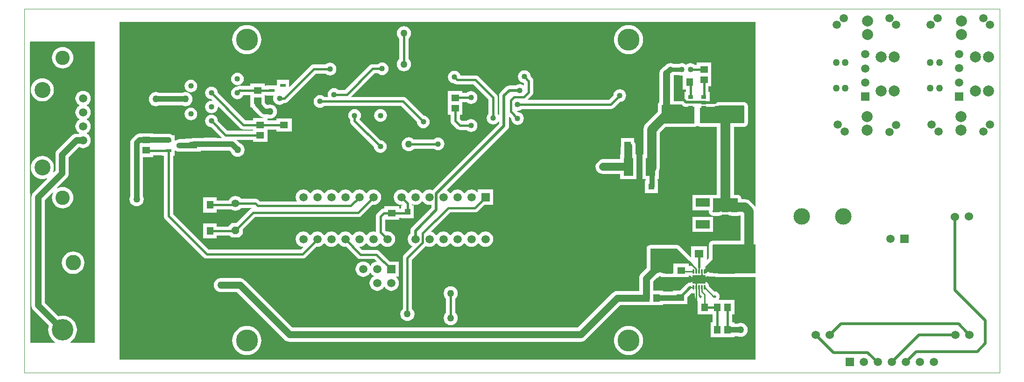
<source format=gbl>
%FSLAX25Y25*%
%MOIN*%
G70*
G01*
G75*
G04 Layer_Physical_Order=2*
G04 Layer_Color=16711680*
G04:AMPARAMS|DCode=10|XSize=23.62mil|YSize=61.02mil|CornerRadius=5.91mil|HoleSize=0mil|Usage=FLASHONLY|Rotation=0.000|XOffset=0mil|YOffset=0mil|HoleType=Round|Shape=RoundedRectangle|*
%AMROUNDEDRECTD10*
21,1,0.02362,0.04921,0,0,0.0*
21,1,0.01181,0.06102,0,0,0.0*
1,1,0.01181,0.00591,-0.02461*
1,1,0.01181,-0.00591,-0.02461*
1,1,0.01181,-0.00591,0.02461*
1,1,0.01181,0.00591,0.02461*
%
%ADD10ROUNDEDRECTD10*%
%ADD11R,0.05906X0.09843*%
%ADD12O,0.07480X0.02362*%
%ADD13O,0.01378X0.07087*%
%ADD14R,0.09843X0.05906*%
G04:AMPARAMS|DCode=15|XSize=23.62mil|YSize=61.02mil|CornerRadius=5.91mil|HoleSize=0mil|Usage=FLASHONLY|Rotation=270.000|XOffset=0mil|YOffset=0mil|HoleType=Round|Shape=RoundedRectangle|*
%AMROUNDEDRECTD15*
21,1,0.02362,0.04921,0,0,270.0*
21,1,0.01181,0.06102,0,0,270.0*
1,1,0.01181,-0.02461,-0.00591*
1,1,0.01181,-0.02461,0.00591*
1,1,0.01181,0.02461,0.00591*
1,1,0.01181,0.02461,-0.00591*
%
%ADD15ROUNDEDRECTD15*%
%ADD16R,0.03937X0.05315*%
%ADD17R,0.04134X0.04331*%
%ADD18R,0.03150X0.01969*%
%ADD19R,0.01969X0.03150*%
%ADD20R,0.04724X0.05315*%
%ADD21R,0.05315X0.04724*%
%ADD22R,0.05709X0.04528*%
%ADD23R,0.04528X0.05709*%
%ADD24C,0.03937*%
%ADD25C,0.01500*%
%ADD26C,0.02000*%
%ADD27C,0.01300*%
%ADD28C,0.04000*%
%ADD29C,0.05000*%
%ADD30C,0.03000*%
%ADD31C,0.06500*%
%ADD32C,0.06000*%
%ADD33C,0.00100*%
%ADD34C,0.07874*%
%ADD35R,0.05906X0.05906*%
%ADD36C,0.05906*%
%ADD37C,0.11024*%
%ADD38C,0.15354*%
%ADD39C,0.06000*%
%ADD40C,0.11417*%
%ADD41R,0.05906X0.05906*%
%ADD42P,0.05966X8X112.5*%
%ADD43C,0.05512*%
%ADD44C,0.11811*%
%ADD45C,0.05000*%
%ADD46C,0.02284*%
%ADD47C,0.10236*%
%ADD48C,0.15700*%
%ADD49C,0.04000*%
%ADD50C,0.02000*%
%ADD51C,0.06200*%
%ADD52R,0.06693X0.12598*%
%ADD53R,0.09449X0.06496*%
%ADD54O,0.01102X0.03347*%
%ADD55R,0.03543X0.02559*%
%ADD56R,0.06102X0.05512*%
%ADD57R,0.04331X0.04134*%
%ADD58R,0.03937X0.02362*%
%ADD59C,0.04500*%
%ADD60C,0.01000*%
%ADD61C,0.02500*%
%ADD62C,0.07000*%
%ADD63C,0.03500*%
%ADD64C,0.05500*%
%ADD65R,0.02756X0.01102*%
G36*
X463393Y191715D02*
X469143D01*
X469754Y191104D01*
X470485Y190543D01*
X471337Y190190D01*
X472250Y190070D01*
X478050D01*
Y178300D01*
X478050Y178300D01*
X478050Y178300D01*
X478009Y178200D01*
X454750D01*
Y191500D01*
X462928Y191807D01*
X460764Y191780D01*
X462928Y191807D01*
X463393Y191715D01*
D02*
G37*
G36*
X50350Y236798D02*
Y21600D01*
X32844D01*
X32723Y22085D01*
X32932Y22197D01*
X34481Y23468D01*
X35753Y25018D01*
X36698Y26786D01*
X37280Y28705D01*
X37477Y30700D01*
X37280Y32695D01*
X36698Y34613D01*
X35753Y36381D01*
X34481Y37931D01*
X32932Y39202D01*
X31164Y40148D01*
X29245Y40729D01*
X27250Y40926D01*
X25255Y40729D01*
X24289Y40436D01*
X14541Y50184D01*
Y123515D01*
X20148Y129122D01*
X20550Y128825D01*
X20178Y128129D01*
X19742Y126693D01*
X19595Y125200D01*
X19742Y123706D01*
X20178Y122270D01*
X20886Y120947D01*
X21837Y119787D01*
X22998Y118835D01*
X24321Y118127D01*
X25757Y117692D01*
X27250Y117545D01*
X28744Y117692D01*
X30180Y118127D01*
X31503Y118835D01*
X32663Y119787D01*
X33615Y120947D01*
X34323Y122270D01*
X34758Y123706D01*
X34905Y125200D01*
X34758Y126693D01*
X34323Y128129D01*
X33615Y129453D01*
X32663Y130613D01*
X31503Y131564D01*
X30180Y132272D01*
X28744Y132708D01*
X27250Y132855D01*
X25757Y132708D01*
X24321Y132272D01*
X23625Y131900D01*
X23327Y132302D01*
X30238Y139212D01*
X30999Y140205D01*
X31478Y141360D01*
X31641Y142600D01*
Y153916D01*
X39035Y161309D01*
X39168D01*
X40427Y160788D01*
X41850Y160600D01*
X43274Y160788D01*
X44600Y161337D01*
X45739Y162211D01*
X46613Y163350D01*
X47163Y164676D01*
X47350Y166100D01*
X47163Y167524D01*
X46613Y168850D01*
X45739Y169989D01*
X44617Y170850D01*
Y171350D01*
X45739Y172211D01*
X46613Y173350D01*
X47163Y174677D01*
X47350Y176100D01*
X47163Y177524D01*
X46613Y178850D01*
X45739Y179989D01*
X44617Y180850D01*
Y181350D01*
X45739Y182211D01*
X46613Y183350D01*
X47163Y184677D01*
X47350Y186100D01*
X47163Y187523D01*
X46613Y188850D01*
X45739Y189989D01*
X44617Y190850D01*
Y191350D01*
X45739Y192211D01*
X46613Y193350D01*
X47163Y194676D01*
X47350Y196100D01*
X47163Y197523D01*
X46613Y198850D01*
X45739Y199989D01*
X44600Y200863D01*
X43274Y201412D01*
X41850Y201600D01*
X40427Y201412D01*
X39100Y200863D01*
X37961Y199989D01*
X37087Y198850D01*
X36538Y197523D01*
X36351Y196100D01*
X36538Y194676D01*
X37087Y193350D01*
X37961Y192211D01*
X39083Y191350D01*
Y190850D01*
X37961Y189989D01*
X37087Y188850D01*
X36538Y187523D01*
X36351Y186100D01*
X36538Y184677D01*
X37087Y183350D01*
X37961Y182211D01*
X39083Y181350D01*
Y180850D01*
X37961Y179989D01*
X37087Y178850D01*
X36538Y177524D01*
X36351Y176100D01*
X36538Y174677D01*
X37087Y173350D01*
X37961Y172211D01*
X39065Y171364D01*
X38904Y170891D01*
X37050D01*
X35810Y170728D01*
X34993Y170389D01*
X34655Y170249D01*
X33663Y169488D01*
X23463Y159288D01*
X22701Y158296D01*
X22561Y157957D01*
X22223Y157140D01*
X22059Y155900D01*
X22059Y155900D01*
X22059D01*
X22059Y155900D01*
X22059D01*
Y144585D01*
X20817Y143342D01*
X20388Y143599D01*
X20840Y145090D01*
X20999Y146700D01*
X20840Y148309D01*
X20371Y149856D01*
X19609Y151282D01*
X18583Y152532D01*
X17333Y153558D01*
X15907Y154320D01*
X14359Y154789D01*
X12750Y154948D01*
X11141Y154789D01*
X9594Y154320D01*
X8168Y153558D01*
X6918Y152532D01*
X5892Y151282D01*
X5130Y149856D01*
X4660Y148309D01*
X4502Y146700D01*
X4660Y145090D01*
X5130Y143543D01*
X5892Y142117D01*
X6918Y140867D01*
X8168Y139841D01*
X9594Y139079D01*
X11141Y138610D01*
X12750Y138451D01*
X14359Y138610D01*
X15851Y139062D01*
X16108Y138633D01*
X6363Y128888D01*
X5601Y127895D01*
X5461Y127557D01*
X5123Y126740D01*
X4959Y125500D01*
Y48200D01*
X4959Y48200D01*
X4959D01*
X5123Y46960D01*
X5461Y46143D01*
X5601Y45804D01*
X6363Y44812D01*
X6363Y44812D01*
X6363Y44812D01*
Y44812D01*
X6363Y44812D01*
X17514Y33661D01*
X17220Y32695D01*
X17024Y30700D01*
X17220Y28705D01*
X17802Y26786D01*
X18747Y25018D01*
X20019Y23468D01*
X21569Y22197D01*
X21778Y22085D01*
X21656Y21600D01*
X4057D01*
X3951Y236546D01*
X4304Y236900D01*
X50244D01*
X50350Y236798D01*
D02*
G37*
G36*
X468124Y212479D02*
X469299Y212325D01*
X469481Y212349D01*
X469706Y212378D01*
X469856Y212246D01*
Y212019D01*
Y202574D01*
X472248D01*
Y202429D01*
Y200752D01*
X471254D01*
Y194264D01*
X463393D01*
Y194339D01*
Y212624D01*
X463598Y212829D01*
X467280D01*
X468124Y212479D01*
D02*
G37*
G36*
X513409Y190995D02*
X513409Y190995D01*
X513850Y190812D01*
Y178400D01*
X482250D01*
X482150Y178500D01*
Y189452D01*
X489246D01*
Y189702D01*
X492840D01*
X493754Y189822D01*
X494606Y190175D01*
X495337Y190736D01*
X495536Y190995D01*
X513409D01*
X513409Y190995D01*
D02*
G37*
G36*
X474609Y80100D02*
X477315Y77838D01*
X477337Y77338D01*
X476649Y76649D01*
X476263Y76490D01*
X474063D01*
Y78005D01*
X463354D01*
Y70985D01*
X456168D01*
X456157Y71002D01*
X455330Y71555D01*
X454354Y71749D01*
X453134D01*
X452159Y71555D01*
X451332Y71002D01*
X450863Y70300D01*
X446735D01*
X446708Y70326D01*
Y88900D01*
X465808D01*
X474609Y80100D01*
D02*
G37*
G36*
X521975Y91895D02*
Y71015D01*
X507665Y70985D01*
X506394Y70900D01*
X497252D01*
X489523Y71343D01*
X488733Y71405D01*
Y72548D01*
X486554D01*
Y73729D01*
X486450Y74526D01*
X486142Y75268D01*
X485778Y75743D01*
X491079Y80900D01*
Y91546D01*
X491432Y91900D01*
X521975Y91895D01*
D02*
G37*
G36*
Y118839D02*
X521785Y118775D01*
X521151Y119601D01*
X518351Y122401D01*
X517150Y123323D01*
X515751Y123902D01*
X514250Y124100D01*
X511799D01*
Y124600D01*
X511703Y125085D01*
X511605Y125575D01*
X511605Y125575D01*
X511605Y125575D01*
X511328Y125991D01*
X511053Y126402D01*
X510953Y126502D01*
X510953Y126502D01*
X510953Y126502D01*
X510541Y126777D01*
X510126Y127055D01*
X510126Y127055D01*
X510126Y127055D01*
X509636Y127152D01*
X509151Y127249D01*
X509150Y127249D01*
X509150Y127249D01*
X506379D01*
Y175851D01*
X513850D01*
X514826Y176045D01*
X515653Y176598D01*
X516205Y177425D01*
X516399Y178400D01*
Y190812D01*
X516294Y191340D01*
X516205Y191788D01*
X516205Y191788D01*
X516205Y191788D01*
X515928Y192203D01*
X515653Y192615D01*
X515653Y192615D01*
X515653Y192615D01*
X515242Y192889D01*
X514826Y193167D01*
X514826Y193167D01*
D01*
D01*
X514384Y193350D01*
X514384Y193350D01*
X514384Y193350D01*
X513913Y193444D01*
X513409Y193544D01*
X513409Y193544D01*
X513409Y193544D01*
X513409D01*
X513409D01*
X495536D01*
X495371Y193512D01*
X495203Y193523D01*
X494888Y193415D01*
X494849Y193408D01*
D01*
X494561Y193350D01*
X494518Y193322D01*
X490096D01*
Y192770D01*
X489246D01*
Y193193D01*
Y200752D01*
X488328D01*
Y202071D01*
Y204718D01*
X490208D01*
Y212001D01*
Y221726D01*
X479893D01*
Y220142D01*
X478521D01*
X477671Y220794D01*
X476576Y221248D01*
X475401Y221402D01*
X474227Y221248D01*
X473132Y220794D01*
X472350Y220194D01*
X471569Y220794D01*
X470474Y221248D01*
X469299Y221402D01*
X468124Y221248D01*
X467280Y220898D01*
X463233D01*
X462389Y221248D01*
X461214Y221402D01*
X460039Y221248D01*
X458944Y220794D01*
X458004Y220073D01*
X456631Y218700D01*
X455829Y218368D01*
X454784Y217566D01*
X453983Y216522D01*
X453479Y215305D01*
X453307Y214000D01*
Y193542D01*
X452948Y193302D01*
X452921Y193262D01*
X452881Y193233D01*
X452646Y192850D01*
X452395Y192475D01*
X452386Y192428D01*
X452360Y192386D01*
X452289Y191942D01*
X452201Y191500D01*
Y186553D01*
X443623Y177975D01*
X442702Y176774D01*
X442122Y175375D01*
X441925Y173874D01*
Y155999D01*
X441078D01*
Y138401D01*
X443438D01*
Y137567D01*
X443022D01*
Y128433D01*
X452353D01*
Y137567D01*
X452011D01*
Y138401D01*
X452771D01*
Y143658D01*
X453326Y144999D01*
X453524Y146500D01*
Y171472D01*
X457703Y175651D01*
X478009D01*
X478507Y175750D01*
X478984Y175845D01*
X478984Y175845D01*
X478984Y175845D01*
X479400Y176123D01*
X479811Y176398D01*
X479811Y176398D01*
X479811Y176398D01*
X480080Y176799D01*
X480280D01*
X480348Y176698D01*
X480348Y176698D01*
X480348Y176697D01*
X480448Y176597D01*
X480852Y176328D01*
X481275Y176045D01*
X481275Y176045D01*
X481275Y176045D01*
X481746Y175951D01*
X482250Y175851D01*
X494321D01*
Y127249D01*
X491572D01*
X491088Y127153D01*
X476729D01*
Y116247D01*
X488529D01*
Y114981D01*
X488658Y114334D01*
X488724Y114006D01*
X488724Y114006D01*
Y114006D01*
X489056Y113508D01*
X489276Y113179D01*
X489276Y113179D01*
X489276Y113179D01*
X489605Y112959D01*
X490103Y112627D01*
X490565Y112435D01*
X490565Y112435D01*
D01*
X490764Y112396D01*
X491540Y112241D01*
X491540D01*
X491540D01*
X491590Y112251D01*
X495823D01*
X496150Y112316D01*
X496482Y112338D01*
X496633Y112412D01*
X496798Y112445D01*
X496956Y112551D01*
X497083Y112498D01*
X497890Y112392D01*
X502811D01*
X503618Y112498D01*
X503622Y112500D01*
X503820D01*
X503903Y112445D01*
X504068Y112412D01*
X504198Y112348D01*
X504218Y112338D01*
X504551Y112316D01*
X504878Y112251D01*
X509250D01*
X510226Y112445D01*
X510309Y112500D01*
X511251D01*
Y94587D01*
X511109Y94446D01*
X491433Y94449D01*
X491432Y94449D01*
X491432Y94449D01*
X490924Y94348D01*
X490457Y94255D01*
X490457Y94255D01*
X490457Y94255D01*
X490028Y93968D01*
X489630Y93703D01*
X489630Y93703D01*
X489630Y93702D01*
X489276Y93349D01*
X489276Y93349D01*
X489276Y93349D01*
X489001Y92938D01*
X488724Y92522D01*
X488724Y92522D01*
X488724Y92522D01*
X488626Y92032D01*
X488529Y91546D01*
X488529Y91546D01*
X488529Y91546D01*
Y81976D01*
X487271Y80752D01*
X487087Y80830D01*
Y90356D01*
X475985D01*
Y82590D01*
X475800Y82513D01*
X467611Y90702D01*
X466784Y91255D01*
X465808Y91449D01*
X446708D01*
X445733Y91255D01*
X444906Y90702D01*
X444354Y89875D01*
X444160Y88900D01*
Y74857D01*
X440301Y70998D01*
X439499Y69954D01*
X438996Y68738D01*
X438824Y67432D01*
Y58543D01*
X423290D01*
X421985Y58371D01*
X420769Y57867D01*
X419724Y57066D01*
X395002Y32343D01*
X191239D01*
X157348Y66234D01*
X156304Y67036D01*
X155087Y67540D01*
X153782Y67712D01*
X140182D01*
X138877Y67540D01*
X137660Y67036D01*
X136616Y66234D01*
X135814Y65190D01*
X135311Y63974D01*
X135139Y62668D01*
X135311Y61363D01*
X135814Y60147D01*
X136616Y59102D01*
X137660Y58301D01*
X138877Y57797D01*
X140182Y57625D01*
X151693D01*
X185584Y23734D01*
X186629Y22932D01*
X187845Y22429D01*
X189150Y22257D01*
X397091D01*
X398396Y22429D01*
X399612Y22932D01*
X400657Y23734D01*
X400657Y23734D01*
X400657Y23734D01*
X425379Y48457D01*
X439005D01*
Y48342D01*
X456012D01*
Y48961D01*
X467767D01*
X467906Y48979D01*
X473266D01*
Y54007D01*
X476338Y57079D01*
X476775Y56898D01*
X477571Y56793D01*
X478332Y56893D01*
X478483Y56761D01*
Y55463D01*
X478586Y54680D01*
X478799Y54164D01*
X478888Y53950D01*
X478950Y53869D01*
X478976Y53672D01*
X479329Y52821D01*
X479890Y52090D01*
X480621Y51529D01*
X480688Y51501D01*
Y41742D01*
X491289D01*
Y36054D01*
X489903D01*
Y25346D01*
X506714D01*
Y26161D01*
X509142D01*
X509945Y25829D01*
X511250Y25657D01*
X512556Y25829D01*
X513772Y26332D01*
X514816Y27134D01*
X515618Y28178D01*
X516122Y29395D01*
X516293Y30700D01*
X516122Y32005D01*
X515618Y33222D01*
X514816Y34266D01*
X513772Y35067D01*
X512556Y35571D01*
X511250Y35743D01*
X509945Y35571D01*
X509142Y35239D01*
X506714D01*
Y36054D01*
X505128D01*
Y41742D01*
X506712D01*
Y52057D01*
X495489D01*
X495400Y52237D01*
X495848Y52821D01*
X496201Y53672D01*
X496321Y54586D01*
X496201Y55500D01*
X495848Y56351D01*
X495287Y57082D01*
X494556Y57643D01*
X493705Y57996D01*
X492791Y58116D01*
X492624Y58094D01*
X488511Y62207D01*
X488418Y62911D01*
X488111Y63654D01*
X487622Y64291D01*
X486984Y64780D01*
X486242Y65087D01*
X485445Y65192D01*
X484649Y65087D01*
X484461Y65010D01*
X484273Y65087D01*
X483477Y65192D01*
X482681Y65087D01*
X482493Y65010D01*
X482305Y65087D01*
X481508Y65192D01*
X480712Y65087D01*
X479970Y64780D01*
X479540Y64450D01*
X479110Y64780D01*
X478368Y65087D01*
X477571Y65192D01*
X476775Y65087D01*
X476033Y64780D01*
X475634Y64474D01*
X475260Y64523D01*
X474346Y64403D01*
X473495Y64050D01*
X472764Y63489D01*
X467978Y58704D01*
X462951D01*
Y58039D01*
X456012D01*
Y58657D01*
X448910D01*
Y65343D01*
X451371Y67804D01*
X451592Y67896D01*
X451838Y67945D01*
X452047Y68084D01*
X452279Y68181D01*
X452457Y68358D01*
X452665Y68498D01*
X452805Y68706D01*
X452982Y68884D01*
X453134Y69112D01*
Y69200D01*
X454354D01*
Y68436D01*
X465063D01*
Y68478D01*
X474063D01*
Y69200D01*
Y69581D01*
X475186D01*
X475395Y69309D01*
X475733Y69050D01*
X476033Y68820D01*
X476775Y68512D01*
X477571Y68407D01*
X478368Y68512D01*
X478556Y68590D01*
X478744Y68512D01*
X479540Y68407D01*
X480337Y68512D01*
X480524Y68590D01*
X480712Y68512D01*
X481508Y68407D01*
X482305Y68512D01*
X483047Y68820D01*
X483477Y69150D01*
X483907Y68820D01*
X484649Y68512D01*
X485445Y68407D01*
X486242Y68512D01*
X486984Y68820D01*
X487232Y69010D01*
X487561Y69146D01*
X487577Y69133D01*
X487674Y69106D01*
X487757Y69050D01*
X488150Y68972D01*
X488535Y68864D01*
X488641Y68855D01*
X489324Y68802D01*
X489351Y68805D01*
X489376Y68799D01*
X496792Y68373D01*
X497107Y68355D01*
X497180Y68365D01*
X497252Y68351D01*
X506394D01*
X506478Y68368D01*
X506564Y68357D01*
X507753Y68436D01*
X521833Y68466D01*
X521975Y68325D01*
Y9326D01*
X68026D01*
Y250874D01*
X521975D01*
Y118839D01*
D02*
G37*
G36*
X509250Y124600D02*
Y114800D01*
X504878D01*
X504370Y115190D01*
X503618Y115501D01*
X502811Y115608D01*
X497890D01*
X497083Y115501D01*
X496331Y115190D01*
X495823Y114800D01*
X491550D01*
X491540Y114790D01*
X491079Y114981D01*
Y116247D01*
X491572D01*
Y124700D01*
X509150D01*
X509250Y124600D01*
D02*
G37*
%LPC*%
G36*
X27250Y232855D02*
X25757Y232708D01*
X24321Y232272D01*
X22998Y231564D01*
X21837Y230612D01*
X20886Y229452D01*
X20178Y228129D01*
X19742Y226693D01*
X19595Y225200D01*
X19742Y223706D01*
X20178Y222270D01*
X20886Y220947D01*
X21837Y219787D01*
X22998Y218835D01*
X24321Y218127D01*
X25757Y217692D01*
X27250Y217545D01*
X28744Y217692D01*
X30180Y218127D01*
X31503Y218835D01*
X32663Y219787D01*
X33615Y220947D01*
X34323Y222270D01*
X34758Y223706D01*
X34905Y225200D01*
X34758Y226693D01*
X34323Y228129D01*
X33615Y229452D01*
X32663Y230612D01*
X31503Y231564D01*
X30180Y232272D01*
X28744Y232708D01*
X27250Y232855D01*
D02*
G37*
G36*
X491572Y111553D02*
X476729D01*
Y100647D01*
X491572D01*
Y111553D01*
D02*
G37*
G36*
X270850Y247743D02*
X269545Y247571D01*
X268329Y247067D01*
X267284Y246266D01*
X266483Y245222D01*
X265979Y244005D01*
X265807Y242700D01*
X265979Y241395D01*
X266483Y240178D01*
X267284Y239134D01*
X267572Y238913D01*
Y224281D01*
X267284Y224060D01*
X266483Y223016D01*
X265979Y221799D01*
X265807Y220494D01*
X265979Y219189D01*
X266483Y217973D01*
X267284Y216928D01*
X268329Y216127D01*
X269545Y215623D01*
X270850Y215451D01*
X272156Y215623D01*
X273372Y216127D01*
X274416Y216928D01*
X275218Y217973D01*
X275722Y219189D01*
X275893Y220494D01*
X275722Y221799D01*
X275218Y223016D01*
X274416Y224060D01*
X274128Y224281D01*
Y238913D01*
X274416Y239134D01*
X275218Y240178D01*
X275722Y241395D01*
X275893Y242700D01*
X275722Y244005D01*
X275218Y245222D01*
X274416Y246266D01*
X273372Y247067D01*
X272156Y247571D01*
X270850Y247743D01*
D02*
G37*
G36*
X435256Y167867D02*
X425728D01*
Y162827D01*
X425630Y162080D01*
Y155999D01*
X425330D01*
Y152746D01*
X412950D01*
X411580Y152566D01*
X410303Y152037D01*
X409206Y151196D01*
X408364Y150099D01*
X407835Y148822D01*
X407655Y147451D01*
X407835Y146081D01*
X408364Y144804D01*
X409206Y143707D01*
X410303Y142865D01*
X411580Y142336D01*
X412950Y142156D01*
X425330D01*
Y138401D01*
X437023D01*
Y155999D01*
X436220D01*
Y162080D01*
X436040Y163450D01*
X435511Y164727D01*
X435256Y165060D01*
Y167867D01*
D02*
G37*
G36*
X249119Y131075D02*
X247695Y130888D01*
X246369Y130339D01*
X245230Y129464D01*
X244356Y128325D01*
X244219Y127995D01*
X244019D01*
X243882Y128325D01*
X243008Y129464D01*
X241869Y130339D01*
X240542Y130888D01*
X239119Y131075D01*
X237695Y130888D01*
X236369Y130339D01*
X235230Y129464D01*
X234356Y128325D01*
X234219Y127995D01*
X234019D01*
X233882Y128325D01*
X233008Y129464D01*
X231869Y130339D01*
X230542Y130888D01*
X229119Y131075D01*
X227695Y130888D01*
X226369Y130339D01*
X225230Y129464D01*
X224356Y128325D01*
X224219Y127995D01*
X224019D01*
X223882Y128325D01*
X223008Y129464D01*
X221869Y130339D01*
X220542Y130888D01*
X219119Y131075D01*
X217695Y130888D01*
X216369Y130339D01*
X215230Y129464D01*
X214356Y128325D01*
X214219Y127995D01*
X214019D01*
X213882Y128325D01*
X213008Y129464D01*
X211869Y130339D01*
X210542Y130888D01*
X209119Y131075D01*
X207695Y130888D01*
X206369Y130339D01*
X205230Y129464D01*
X204356Y128325D01*
X204219Y127995D01*
X204019D01*
X203882Y128325D01*
X203008Y129464D01*
X201869Y130339D01*
X200542Y130888D01*
X199119Y131075D01*
X197695Y130888D01*
X196369Y130339D01*
X195230Y129464D01*
X194356Y128325D01*
X193806Y126999D01*
X193619Y125576D01*
X193806Y124152D01*
X194356Y122826D01*
X194408Y122757D01*
X194320Y122578D01*
X167908D01*
X167039Y123447D01*
X166360Y123968D01*
X165965Y124132D01*
X165570Y124295D01*
X165145Y124351D01*
X164721Y124407D01*
X154760D01*
X154399Y124878D01*
X153301Y125720D01*
X152022Y126250D01*
X150650Y126430D01*
X149278Y126250D01*
X148000Y125720D01*
X146902Y124878D01*
X146059Y123780D01*
X145835Y123238D01*
X137156D01*
Y125314D01*
X127628D01*
Y114605D01*
X137156D01*
Y116682D01*
X147812D01*
X148000Y116538D01*
X149278Y116008D01*
X150650Y115828D01*
X152022Y116008D01*
X153301Y116538D01*
X154399Y117381D01*
X154760Y117851D01*
X162177D01*
X162216Y117655D01*
X162090Y117603D01*
X161695Y117439D01*
X161311Y117144D01*
X161016Y116918D01*
X151270Y107172D01*
X148022D01*
X145451Y104601D01*
X137156D01*
Y106677D01*
X127628D01*
Y95969D01*
X137156D01*
Y98045D01*
X146638D01*
X148022Y96661D01*
X153278D01*
X155906Y99289D01*
Y102537D01*
X164692Y111322D01*
X238159D01*
X238583Y111378D01*
X239007Y111434D01*
X239403Y111597D01*
X239798Y111761D01*
X240477Y112282D01*
X240477Y112282D01*
X240477Y112282D01*
X248369Y120175D01*
X249119Y120076D01*
X250542Y120263D01*
X251869Y120813D01*
X253008Y121687D01*
X253882Y122826D01*
X254431Y124152D01*
X254619Y125576D01*
X254431Y126999D01*
X253882Y128325D01*
X253008Y129464D01*
X251869Y130339D01*
X250542Y130888D01*
X249119Y131075D01*
D02*
G37*
G36*
X158750Y248482D02*
X157126Y248354D01*
X155542Y247974D01*
X154037Y247350D01*
X152648Y246499D01*
X151409Y245441D01*
X150351Y244202D01*
X149500Y242813D01*
X148876Y241308D01*
X148496Y239724D01*
X148368Y238100D01*
X148496Y236476D01*
X148876Y234892D01*
X149500Y233387D01*
X150351Y231998D01*
X151409Y230759D01*
X152648Y229701D01*
X154037Y228850D01*
X155542Y228226D01*
X157126Y227846D01*
X158750Y227718D01*
X160374Y227846D01*
X161959Y228226D01*
X163464Y228850D01*
X164853Y229701D01*
X166092Y230759D01*
X167149Y231998D01*
X168001Y233387D01*
X168624Y234892D01*
X169004Y236476D01*
X169132Y238100D01*
X169004Y239724D01*
X168624Y241308D01*
X168001Y242813D01*
X167149Y244202D01*
X166092Y245441D01*
X164853Y246499D01*
X163464Y247350D01*
X161959Y247974D01*
X160374Y248354D01*
X158750Y248482D01*
D02*
G37*
G36*
X431250Y33482D02*
X429626Y33354D01*
X428042Y32974D01*
X426537Y32350D01*
X425148Y31499D01*
X423909Y30441D01*
X422851Y29202D01*
X422000Y27813D01*
X421377Y26308D01*
X420996Y24724D01*
X420868Y23100D01*
X420996Y21476D01*
X421377Y19892D01*
X422000Y18387D01*
X422851Y16998D01*
X423909Y15759D01*
X425148Y14701D01*
X426537Y13850D01*
X428042Y13226D01*
X429626Y12846D01*
X431250Y12718D01*
X432874Y12846D01*
X434458Y13226D01*
X435964Y13850D01*
X437353Y14701D01*
X438591Y15759D01*
X439649Y16998D01*
X440501Y18387D01*
X441124Y19892D01*
X441504Y21476D01*
X441632Y23100D01*
X441504Y24724D01*
X441124Y26308D01*
X440501Y27813D01*
X439649Y29202D01*
X438591Y30441D01*
X437353Y31499D01*
X435964Y32350D01*
X434458Y32974D01*
X432874Y33354D01*
X431250Y33482D01*
D02*
G37*
G36*
X158750D02*
X157126Y33354D01*
X155542Y32974D01*
X154037Y32350D01*
X152648Y31499D01*
X151409Y30441D01*
X150351Y29202D01*
X149500Y27813D01*
X148876Y26308D01*
X148496Y24724D01*
X148368Y23100D01*
X148496Y21476D01*
X148876Y19892D01*
X149500Y18387D01*
X150351Y16998D01*
X151409Y15759D01*
X152648Y14701D01*
X154037Y13850D01*
X155542Y13226D01*
X157126Y12846D01*
X158750Y12718D01*
X160374Y12846D01*
X161959Y13226D01*
X163464Y13850D01*
X164853Y14701D01*
X166092Y15759D01*
X167149Y16998D01*
X168001Y18387D01*
X168624Y19892D01*
X169004Y21476D01*
X169132Y23100D01*
X169004Y24724D01*
X168624Y26308D01*
X168001Y27813D01*
X167149Y29202D01*
X166092Y30441D01*
X164853Y31499D01*
X163464Y32350D01*
X161959Y32974D01*
X160374Y33354D01*
X158750Y33482D01*
D02*
G37*
G36*
X304250Y61806D02*
X302945Y61634D01*
X301729Y61130D01*
X300684Y60329D01*
X299883Y59284D01*
X299379Y58068D01*
X299207Y56763D01*
X299379Y55458D01*
X299883Y54241D01*
X300684Y53197D01*
X300972Y52976D01*
Y42915D01*
X300684Y42694D01*
X299883Y41650D01*
X299379Y40433D01*
X299207Y39128D01*
X299379Y37823D01*
X299883Y36607D01*
X300684Y35562D01*
X301729Y34761D01*
X302945Y34257D01*
X304250Y34085D01*
X305556Y34257D01*
X306772Y34761D01*
X307816Y35562D01*
X308618Y36607D01*
X309122Y37823D01*
X309294Y39128D01*
X309122Y40433D01*
X308618Y41650D01*
X307816Y42694D01*
X307528Y42915D01*
Y52976D01*
X307816Y53197D01*
X308618Y54241D01*
X309122Y55458D01*
X309294Y56763D01*
X309122Y58068D01*
X308618Y59284D01*
X307816Y60329D01*
X306772Y61130D01*
X305556Y61634D01*
X304250Y61806D01*
D02*
G37*
G36*
X431250Y248482D02*
X429626Y248354D01*
X428042Y247974D01*
X426537Y247350D01*
X425148Y246499D01*
X423909Y245441D01*
X422851Y244202D01*
X422000Y242813D01*
X421377Y241308D01*
X420996Y239724D01*
X420868Y238100D01*
X420996Y236476D01*
X421377Y234892D01*
X422000Y233387D01*
X422851Y231998D01*
X423909Y230759D01*
X425148Y229701D01*
X426537Y228850D01*
X428042Y228226D01*
X429626Y227846D01*
X431250Y227718D01*
X432874Y227846D01*
X434458Y228226D01*
X435964Y228850D01*
X437353Y229701D01*
X438591Y230759D01*
X439649Y231998D01*
X440501Y233387D01*
X441124Y234892D01*
X441504Y236476D01*
X441632Y238100D01*
X441504Y239724D01*
X441124Y241308D01*
X440501Y242813D01*
X439649Y244202D01*
X438591Y245441D01*
X437353Y246499D01*
X435964Y247350D01*
X434458Y247974D01*
X432874Y248354D01*
X431250Y248482D01*
D02*
G37*
G36*
X34750Y86750D02*
X33180Y86595D01*
X31670Y86137D01*
X30278Y85393D01*
X29058Y84392D01*
X28056Y83172D01*
X27312Y81780D01*
X26854Y80270D01*
X26700Y78700D01*
X26854Y77129D01*
X27312Y75619D01*
X28056Y74227D01*
X29058Y73007D01*
X30278Y72006D01*
X31670Y71262D01*
X33180Y70804D01*
X34750Y70649D01*
X36321Y70804D01*
X37831Y71262D01*
X39223Y72006D01*
X40443Y73007D01*
X41444Y74227D01*
X42188Y75619D01*
X42646Y77129D01*
X42801Y78700D01*
X42646Y80270D01*
X42188Y81780D01*
X41444Y83172D01*
X40443Y84392D01*
X39223Y85393D01*
X37831Y86137D01*
X36321Y86595D01*
X34750Y86750D01*
D02*
G37*
G36*
X312639Y201394D02*
X302324D01*
Y191669D01*
Y184386D01*
X304204D01*
Y180237D01*
X304260Y179813D01*
X304315Y179389D01*
X304479Y178993D01*
X304643Y178598D01*
X305164Y177919D01*
X305164Y177919D01*
X305164Y177919D01*
X308611Y174472D01*
X308906Y174246D01*
X309290Y173951D01*
X310081Y173623D01*
X310929Y173512D01*
X315670D01*
X316520Y172859D01*
X317615Y172406D01*
X318790Y172251D01*
X319964Y172406D01*
X321059Y172859D01*
X321999Y173580D01*
X322720Y174520D01*
X323174Y175615D01*
X323328Y176790D01*
X323174Y177964D01*
X322720Y179059D01*
X321999Y179999D01*
X321059Y180720D01*
X319964Y181174D01*
X318790Y181329D01*
X317615Y181174D01*
X316520Y180720D01*
X315670Y180068D01*
X312287D01*
X310760Y181595D01*
Y184386D01*
X312639D01*
Y191669D01*
Y193512D01*
X315670D01*
X316520Y192859D01*
X317615Y192406D01*
X318790Y192251D01*
X319964Y192406D01*
X321059Y192859D01*
X321999Y193580D01*
X322720Y194520D01*
X323174Y195615D01*
X323328Y196790D01*
X323174Y197965D01*
X322720Y199059D01*
X321999Y199999D01*
X321059Y200721D01*
X319964Y201174D01*
X318790Y201329D01*
X317615Y201174D01*
X316520Y200721D01*
X315670Y200068D01*
X312639D01*
Y201394D01*
D02*
G37*
G36*
X118827Y189539D02*
X117652Y189384D01*
X116557Y188931D01*
X115617Y188209D01*
X114896Y187269D01*
X114443Y186175D01*
X114288Y185000D01*
X114443Y183825D01*
X114896Y182731D01*
X115617Y181791D01*
X116557Y181069D01*
X117652Y180616D01*
X118827Y180461D01*
X120001Y180616D01*
X121096Y181069D01*
X122036Y181791D01*
X122757Y182731D01*
X123211Y183825D01*
X123365Y185000D01*
X123211Y186175D01*
X122757Y187269D01*
X122036Y188209D01*
X121096Y188931D01*
X120001Y189384D01*
X118827Y189539D01*
D02*
G37*
G36*
X12750Y210448D02*
X11141Y210290D01*
X9594Y209820D01*
X8168Y209058D01*
X6918Y208032D01*
X5892Y206782D01*
X5130Y205356D01*
X4660Y203809D01*
X4502Y202200D01*
X4660Y200590D01*
X5130Y199043D01*
X5892Y197617D01*
X6918Y196367D01*
X8168Y195341D01*
X9594Y194579D01*
X11141Y194110D01*
X12750Y193951D01*
X14359Y194110D01*
X15907Y194579D01*
X17333Y195341D01*
X18583Y196367D01*
X19609Y197617D01*
X20371Y199043D01*
X20840Y200590D01*
X20999Y202200D01*
X20840Y203809D01*
X20371Y205356D01*
X19609Y206782D01*
X18583Y208032D01*
X17333Y209058D01*
X15907Y209820D01*
X14359Y210290D01*
X12750Y210448D01*
D02*
G37*
G36*
X114850Y200664D02*
X113545Y200492D01*
X112742Y200160D01*
X95958D01*
X95156Y200492D01*
X93850Y200664D01*
X92545Y200492D01*
X91329Y199988D01*
X90284Y199187D01*
X89483Y198143D01*
X88979Y196926D01*
X88807Y195621D01*
X88979Y194316D01*
X89483Y193099D01*
X90284Y192055D01*
X91329Y191253D01*
X92545Y190750D01*
X93850Y190578D01*
X95156Y190750D01*
X95958Y191082D01*
X112742D01*
X113545Y190750D01*
X114850Y190578D01*
X116156Y190750D01*
X117372Y191253D01*
X118416Y192055D01*
X119218Y193099D01*
X119722Y194316D01*
X119894Y195621D01*
X119722Y196926D01*
X119218Y198143D01*
X118416Y199187D01*
X117372Y199988D01*
X116156Y200492D01*
X114850Y200664D01*
D02*
G37*
G36*
X118827Y209539D02*
X117652Y209384D01*
X116557Y208931D01*
X115617Y208209D01*
X114896Y207269D01*
X114443Y206175D01*
X114288Y205000D01*
X114443Y203825D01*
X114896Y202731D01*
X115617Y201791D01*
X116557Y201069D01*
X117652Y200616D01*
X118827Y200461D01*
X120001Y200616D01*
X121096Y201069D01*
X122036Y201791D01*
X122757Y202731D01*
X123211Y203825D01*
X123365Y205000D01*
X123211Y206175D01*
X122757Y207269D01*
X122036Y208209D01*
X121096Y208931D01*
X120001Y209384D01*
X118827Y209539D01*
D02*
G37*
G36*
X254174Y188439D02*
X252999Y188284D01*
X251905Y187831D01*
X250964Y187109D01*
X250243Y186169D01*
X249790Y185075D01*
X249635Y183900D01*
X249790Y182725D01*
X250243Y181631D01*
X250964Y180691D01*
X251905Y179969D01*
X252999Y179516D01*
X254174Y179361D01*
X255349Y179516D01*
X256443Y179969D01*
X257383Y180691D01*
X258105Y181631D01*
X258558Y182725D01*
X258713Y183900D01*
X258558Y185075D01*
X258105Y186169D01*
X257383Y187109D01*
X256443Y187831D01*
X255349Y188284D01*
X254174Y188439D01*
D02*
G37*
G36*
X274350Y168393D02*
X273045Y168221D01*
X271829Y167717D01*
X270784Y166916D01*
X269983Y165871D01*
X269479Y164655D01*
X269307Y163350D01*
X269479Y162044D01*
X269983Y160828D01*
X270784Y159784D01*
X271829Y158982D01*
X273045Y158478D01*
X274350Y158307D01*
X275656Y158478D01*
X276872Y158982D01*
X277916Y159784D01*
X278137Y160072D01*
X292442D01*
X292981Y159658D01*
X294076Y159204D01*
X295250Y159050D01*
X296425Y159204D01*
X297520Y159658D01*
X298460Y160379D01*
X299181Y161319D01*
X299635Y162414D01*
X299789Y163589D01*
X299635Y164763D01*
X299181Y165858D01*
X298460Y166798D01*
X297520Y167519D01*
X296425Y167973D01*
X295250Y168127D01*
X294076Y167973D01*
X292981Y167519D01*
X292041Y166798D01*
X291910Y166628D01*
X278137D01*
X277916Y166916D01*
X276872Y167717D01*
X275656Y168221D01*
X274350Y168393D01*
D02*
G37*
G36*
X235670Y188439D02*
X234495Y188284D01*
X233401Y187831D01*
X232461Y187109D01*
X231739Y186169D01*
X231286Y185075D01*
X231131Y183900D01*
X231286Y182725D01*
X231739Y181631D01*
X232392Y180780D01*
Y180072D01*
X232448Y179648D01*
X232504Y179224D01*
X232667Y178829D01*
X232831Y178433D01*
X233352Y177754D01*
X249518Y161588D01*
X249658Y160525D01*
X250112Y159431D01*
X250833Y158491D01*
X251773Y157769D01*
X252868Y157316D01*
X254042Y157161D01*
X255217Y157316D01*
X256312Y157769D01*
X257252Y158491D01*
X257973Y159431D01*
X258427Y160525D01*
X258581Y161700D01*
X258427Y162875D01*
X257973Y163969D01*
X257252Y164909D01*
X256312Y165631D01*
X255217Y166084D01*
X254154Y166224D01*
X239230Y181148D01*
X239601Y181631D01*
X240054Y182725D01*
X240209Y183900D01*
X240054Y185075D01*
X239601Y186169D01*
X238879Y187109D01*
X237939Y187831D01*
X236845Y188284D01*
X235670Y188439D01*
D02*
G37*
G36*
X255350Y221839D02*
X254176Y221684D01*
X253081Y221231D01*
X252230Y220578D01*
X248550D01*
X248126Y220522D01*
X247702Y220466D01*
X247307Y220303D01*
X246911Y220139D01*
X246232Y219618D01*
X228793Y202178D01*
X224110D01*
X223259Y202831D01*
X222164Y203284D01*
X220990Y203439D01*
X219815Y203284D01*
X218720Y202831D01*
X217780Y202109D01*
X217059Y201169D01*
X216605Y200075D01*
X216451Y198900D01*
X216605Y197725D01*
X216735Y197412D01*
X216624Y197246D01*
X214070D01*
X213220Y197898D01*
X212125Y198352D01*
X210950Y198506D01*
X209776Y198352D01*
X208681Y197898D01*
X207741Y197177D01*
X207020Y196237D01*
X206566Y195142D01*
X206412Y193968D01*
X206566Y192793D01*
X207020Y191698D01*
X207741Y190758D01*
X208681Y190037D01*
X209776Y189584D01*
X210950Y189429D01*
X212125Y189584D01*
X213220Y190037D01*
X214070Y190690D01*
X268725D01*
X280226Y179188D01*
X280366Y178125D01*
X280820Y177031D01*
X281541Y176091D01*
X282481Y175369D01*
X283576Y174916D01*
X284750Y174761D01*
X285925Y174916D01*
X287020Y175369D01*
X287960Y176091D01*
X288681Y177031D01*
X289135Y178125D01*
X289289Y179300D01*
X289135Y180475D01*
X288681Y181569D01*
X287960Y182509D01*
X287020Y183231D01*
X285925Y183684D01*
X284862Y183824D01*
X272400Y196286D01*
X271722Y196807D01*
X271326Y196970D01*
X270931Y197134D01*
X270507Y197190D01*
X270083Y197246D01*
X233393D01*
X233317Y197431D01*
X249908Y214022D01*
X252230D01*
X253081Y213369D01*
X254176Y212916D01*
X255350Y212761D01*
X256525Y212916D01*
X257620Y213369D01*
X258560Y214091D01*
X259281Y215031D01*
X259735Y216125D01*
X259889Y217300D01*
X259735Y218475D01*
X259281Y219569D01*
X258560Y220509D01*
X257620Y221231D01*
X256525Y221684D01*
X255350Y221839D01*
D02*
G37*
G36*
X218150Y221655D02*
X216976Y221500D01*
X215881Y221047D01*
X215030Y220394D01*
X206467D01*
X205618Y220283D01*
X205059Y220051D01*
X204827Y219955D01*
X204533Y219729D01*
X204149Y219434D01*
X189209Y204495D01*
X189024Y204571D01*
Y209281D01*
X180087D01*
Y205541D01*
X172213D01*
Y205120D01*
X171576D01*
Y206704D01*
X161261D01*
Y205120D01*
X155085D01*
X154766Y205252D01*
X153853Y205372D01*
X152939Y205252D01*
X152088Y204899D01*
X151537Y204476D01*
X150836Y204384D01*
X149741Y203931D01*
X148802Y203209D01*
X148080Y202269D01*
X147627Y201175D01*
X147472Y200000D01*
X147627Y198825D01*
X148080Y197731D01*
X148802Y196791D01*
X149741Y196069D01*
X150836Y195616D01*
X152011Y195461D01*
X153186Y195616D01*
X154280Y196069D01*
X155220Y196791D01*
X155942Y197731D01*
X156287Y198564D01*
X161261D01*
Y196979D01*
Y189696D01*
X162350D01*
X162488Y189362D01*
X163209Y188422D01*
X168105Y183527D01*
X169045Y182805D01*
X169498Y182617D01*
X170140Y182352D01*
X171266Y182203D01*
X171253Y182004D01*
X163193D01*
Y180420D01*
X157723D01*
X138031Y200112D01*
X137891Y201175D01*
X137438Y202269D01*
X136716Y203209D01*
X135776Y203931D01*
X134682Y204384D01*
X133507Y204539D01*
X132332Y204384D01*
X131238Y203931D01*
X130298Y203209D01*
X129576Y202269D01*
X129123Y201175D01*
X128968Y200000D01*
X129123Y198825D01*
X129576Y197731D01*
X130298Y196791D01*
X131238Y196069D01*
X132332Y195616D01*
X133395Y195476D01*
X134238Y194634D01*
X134149Y194454D01*
X133507Y194539D01*
X132332Y194384D01*
X131238Y193931D01*
X130298Y193209D01*
X129576Y192269D01*
X129123Y191175D01*
X128968Y190000D01*
X129123Y188825D01*
X129576Y187731D01*
X130298Y186791D01*
X131238Y186069D01*
X132332Y185616D01*
X133507Y185461D01*
X134682Y185616D01*
X135776Y186069D01*
X136716Y186791D01*
X137438Y187731D01*
X137891Y188825D01*
X138046Y190000D01*
X137961Y190642D01*
X138141Y190731D01*
X154047Y174824D01*
X154431Y174529D01*
X154726Y174303D01*
X154958Y174207D01*
X155517Y173975D01*
X156365Y173864D01*
X163193D01*
Y173136D01*
X145007D01*
X138031Y180112D01*
X137891Y181175D01*
X137438Y182269D01*
X136716Y183209D01*
X135776Y183931D01*
X134682Y184384D01*
X133507Y184539D01*
X132332Y184384D01*
X131238Y183931D01*
X130298Y183209D01*
X129576Y182269D01*
X129123Y181175D01*
X128968Y180000D01*
X129123Y178825D01*
X129576Y177731D01*
X130298Y176791D01*
X131238Y176069D01*
X132332Y175616D01*
X133395Y175476D01*
X140798Y168073D01*
X140721Y167888D01*
X137317D01*
Y168015D01*
X128183D01*
Y167888D01*
X121031D01*
X119856Y167734D01*
X119227Y167473D01*
X115036D01*
Y167051D01*
X110687D01*
X109513Y166897D01*
X108418Y166443D01*
X108093Y166194D01*
X107399D01*
X107313Y166292D01*
X107282Y166528D01*
Y169934D01*
X105420D01*
X105043Y170223D01*
X103949Y170676D01*
X102774Y170831D01*
X92008D01*
Y171154D01*
X81693D01*
Y170785D01*
X80868Y170676D01*
X79773Y170223D01*
X78833Y169501D01*
X76841Y167509D01*
X76120Y166569D01*
X75932Y166116D01*
X75666Y165475D01*
X75511Y164300D01*
Y126108D01*
X75179Y125305D01*
X75007Y124000D01*
X75179Y122695D01*
X75683Y121478D01*
X76484Y120434D01*
X77529Y119632D01*
X78745Y119129D01*
X80050Y118957D01*
X81356Y119129D01*
X82572Y119632D01*
X83616Y120434D01*
X84418Y121478D01*
X84922Y122695D01*
X85093Y124000D01*
X84922Y125305D01*
X84589Y126108D01*
Y154146D01*
X92008D01*
Y155494D01*
X98345D01*
Y155091D01*
X99535D01*
Y112137D01*
X99591Y111713D01*
X99647Y111289D01*
X99811Y110893D01*
X99974Y110498D01*
X100495Y109819D01*
X100495Y109819D01*
X100495Y109819D01*
X127732Y82582D01*
X128072Y82322D01*
X128411Y82061D01*
X128807Y81897D01*
X129202Y81734D01*
X129626Y81678D01*
X130050Y81622D01*
X198459D01*
X198883Y81678D01*
X199307Y81734D01*
X199703Y81897D01*
X200098Y82061D01*
X200777Y82582D01*
X208369Y90175D01*
X209119Y90076D01*
X210542Y90263D01*
X211869Y90813D01*
X213008Y91687D01*
X213882Y92826D01*
X214019Y93156D01*
X214219D01*
X214356Y92826D01*
X215230Y91687D01*
X216369Y90813D01*
X217695Y90263D01*
X219119Y90076D01*
X220542Y90263D01*
X221869Y90813D01*
X223008Y91687D01*
X223882Y92826D01*
X224019Y93156D01*
X224219D01*
X224356Y92826D01*
X225230Y91687D01*
X226369Y90813D01*
X227695Y90263D01*
X229119Y90076D01*
X229747Y90158D01*
X237624Y82282D01*
X237624D01*
X237624Y82282D01*
X237624Y82282D01*
Y82282D01*
X238303Y81761D01*
X238698Y81597D01*
X239093Y81434D01*
X239517Y81378D01*
X239942Y81322D01*
X249963D01*
X251541Y79744D01*
X251477Y79554D01*
X250397Y79412D01*
X249071Y78863D01*
X247932Y77989D01*
X247058Y76850D01*
X246920Y76519D01*
X246721D01*
X246584Y76850D01*
X245709Y77989D01*
X244570Y78863D01*
X243244Y79412D01*
X241821Y79600D01*
X240397Y79412D01*
X239071Y78863D01*
X237932Y77989D01*
X237058Y76850D01*
X236508Y75524D01*
X236321Y74100D01*
X236508Y72676D01*
X237058Y71350D01*
X237932Y70211D01*
X239071Y69337D01*
X240397Y68788D01*
X241821Y68600D01*
X243244Y68788D01*
X244570Y69337D01*
X245709Y70211D01*
X246584Y71350D01*
X246721Y71681D01*
X246920D01*
X247058Y71350D01*
X247932Y70211D01*
X249071Y69337D01*
X249401Y69200D01*
Y69000D01*
X249071Y68863D01*
X247932Y67989D01*
X247058Y66850D01*
X246508Y65523D01*
X246321Y64100D01*
X246508Y62677D01*
X247058Y61350D01*
X247932Y60211D01*
X249071Y59337D01*
X250397Y58788D01*
X251820Y58600D01*
X253244Y58788D01*
X254570Y59337D01*
X255710Y60211D01*
X256583Y61350D01*
X256720Y61681D01*
X256921D01*
X257058Y61350D01*
X257932Y60211D01*
X259071Y59337D01*
X260397Y58788D01*
X261821Y58600D01*
X263244Y58788D01*
X264570Y59337D01*
X265709Y60211D01*
X266583Y61350D01*
X267133Y62677D01*
X267320Y64100D01*
X267133Y65523D01*
X266583Y66850D01*
X265709Y67989D01*
X265098Y68458D01*
X265163Y68647D01*
X267273D01*
Y79553D01*
X261004D01*
X253639Y86918D01*
X252960Y87439D01*
X252564Y87603D01*
X252169Y87766D01*
X251745Y87822D01*
X251321Y87878D01*
X241300D01*
X239264Y89914D01*
X239328Y90103D01*
X240542Y90263D01*
X241869Y90813D01*
X243008Y91687D01*
X243882Y92826D01*
X244019Y93156D01*
X244219D01*
X244356Y92826D01*
X245230Y91687D01*
X246369Y90813D01*
X247695Y90263D01*
X249119Y90076D01*
X250542Y90263D01*
X251869Y90813D01*
X253008Y91687D01*
X253882Y92826D01*
X254019Y93156D01*
X254219D01*
X254356Y92826D01*
X255230Y91687D01*
X256369Y90813D01*
X257695Y90263D01*
X259119Y90076D01*
X260542Y90263D01*
X261869Y90813D01*
X263008Y91687D01*
X263882Y92826D01*
X264431Y94152D01*
X264619Y95576D01*
X264431Y96999D01*
X263882Y98326D01*
X263008Y99464D01*
X261869Y100339D01*
X260542Y100888D01*
X259119Y101075D01*
X258220Y100957D01*
X257452Y101725D01*
Y109453D01*
X267505D01*
Y110939D01*
X268832D01*
Y110339D01*
X277966D01*
Y119670D01*
X276677D01*
Y120505D01*
X276844Y120616D01*
X277695Y120263D01*
X279119Y120076D01*
X280542Y120263D01*
X281869Y120813D01*
X283008Y121687D01*
X283882Y122826D01*
X284019Y123156D01*
X284219D01*
X284356Y122826D01*
X285230Y121687D01*
X286369Y120813D01*
X287695Y120263D01*
X289119Y120076D01*
X290270Y120227D01*
X290420Y120095D01*
Y117871D01*
X276554Y104005D01*
X275993Y103274D01*
X275640Y102422D01*
X275520Y101509D01*
Y99687D01*
X275230Y99464D01*
X274356Y98326D01*
X273806Y96999D01*
X273619Y95576D01*
X273806Y94152D01*
X274356Y92826D01*
X275230Y91687D01*
X276369Y90813D01*
X277012Y90546D01*
X277051Y90350D01*
X271032Y84331D01*
X270511Y83652D01*
X270347Y83257D01*
X270184Y82862D01*
X270128Y82437D01*
X270072Y82013D01*
Y45787D01*
X269784Y45566D01*
X268983Y44521D01*
X268479Y43305D01*
X268307Y42000D01*
X268479Y40694D01*
X268983Y39478D01*
X269784Y38434D01*
X270829Y37632D01*
X272045Y37128D01*
X273350Y36957D01*
X274655Y37128D01*
X275872Y37632D01*
X276916Y38434D01*
X277718Y39478D01*
X278221Y40694D01*
X278393Y42000D01*
X278221Y43305D01*
X277718Y44521D01*
X276916Y45566D01*
X276628Y45787D01*
Y80655D01*
X286618Y90645D01*
X286655Y90694D01*
X287695Y90263D01*
X289119Y90076D01*
X290542Y90263D01*
X291869Y90813D01*
X293008Y91687D01*
X293882Y92826D01*
X294019Y93156D01*
X294219D01*
X294356Y92826D01*
X295230Y91687D01*
X296369Y90813D01*
X297695Y90263D01*
X299119Y90076D01*
X300542Y90263D01*
X301869Y90813D01*
X303008Y91687D01*
X303882Y92826D01*
X304019Y93156D01*
X304219D01*
X304356Y92826D01*
X305230Y91687D01*
X306369Y90813D01*
X307695Y90263D01*
X309119Y90076D01*
X310542Y90263D01*
X311869Y90813D01*
X313008Y91687D01*
X313882Y92826D01*
X314019Y93156D01*
X314219D01*
X314356Y92826D01*
X315230Y91687D01*
X316369Y90813D01*
X317695Y90263D01*
X319119Y90076D01*
X320542Y90263D01*
X321869Y90813D01*
X323008Y91687D01*
X323882Y92826D01*
X324019Y93156D01*
X324219D01*
X324356Y92826D01*
X325230Y91687D01*
X326369Y90813D01*
X327695Y90263D01*
X329119Y90076D01*
X330542Y90263D01*
X331869Y90813D01*
X333008Y91687D01*
X333882Y92826D01*
X334431Y94152D01*
X334619Y95576D01*
X334431Y96999D01*
X333882Y98326D01*
X333008Y99464D01*
X331869Y100339D01*
X330542Y100888D01*
X329119Y101075D01*
X327695Y100888D01*
X326369Y100339D01*
X325230Y99464D01*
X324356Y98326D01*
X324219Y97995D01*
X324019D01*
X323882Y98326D01*
X323008Y99464D01*
X321869Y100339D01*
X320542Y100888D01*
X319119Y101075D01*
X317695Y100888D01*
X316369Y100339D01*
X315230Y99464D01*
X314356Y98326D01*
X314219Y97995D01*
X314019D01*
X313882Y98326D01*
X313008Y99464D01*
X311869Y100339D01*
X310542Y100888D01*
X309119Y101075D01*
X307695Y100888D01*
X306369Y100339D01*
X305230Y99464D01*
X304356Y98326D01*
X304219Y97995D01*
X304019D01*
X303882Y98326D01*
X303008Y99464D01*
X301869Y100339D01*
X300542Y100888D01*
X299119Y101075D01*
X297695Y100888D01*
X296369Y100339D01*
X295230Y99464D01*
X294356Y98326D01*
X294219Y97995D01*
X294019D01*
X293882Y98326D01*
X293008Y99464D01*
X291869Y100339D01*
X290542Y100888D01*
X290353Y100913D01*
X290288Y101102D01*
X303808Y114622D01*
X321459D01*
X321883Y114678D01*
X322307Y114734D01*
X322703Y114897D01*
X323098Y115061D01*
X323777Y115582D01*
X323777Y115582D01*
X323777Y115582D01*
X328318Y120123D01*
X334572D01*
Y131028D01*
X323666D01*
Y128918D01*
X323477Y128853D01*
X323008Y129464D01*
X321869Y130339D01*
X320542Y130888D01*
X319119Y131075D01*
X317695Y130888D01*
X316369Y130339D01*
X315230Y129464D01*
X314356Y128325D01*
X314219Y127995D01*
X314019D01*
X313882Y128325D01*
X313008Y129464D01*
X311869Y130339D01*
X310542Y130888D01*
X309119Y131075D01*
X307695Y130888D01*
X306369Y130339D01*
X305230Y129464D01*
X304356Y128325D01*
X304219Y127995D01*
X304019D01*
X303882Y128325D01*
X303008Y129464D01*
X301869Y130339D01*
X301549Y130471D01*
X301510Y130667D01*
X344847Y174004D01*
X345408Y174735D01*
X345760Y175586D01*
X345881Y176500D01*
X345881Y176500D01*
X345881Y176500D01*
Y176500D01*
Y182986D01*
X346065Y183063D01*
X347450Y181678D01*
X347590Y180615D01*
X348043Y179520D01*
X348764Y178580D01*
X349705Y177859D01*
X350799Y177406D01*
X351974Y177251D01*
X353149Y177406D01*
X354243Y177859D01*
X355183Y178580D01*
X355905Y179520D01*
X356358Y180615D01*
X356513Y181790D01*
X356358Y182965D01*
X355905Y184059D01*
X355183Y184999D01*
X354243Y185721D01*
X353149Y186174D01*
X352086Y186314D01*
X351243Y187156D01*
X351332Y187335D01*
X351974Y187251D01*
X353149Y187406D01*
X354243Y187859D01*
X355094Y188512D01*
X418561D01*
X418985Y188568D01*
X419409Y188623D01*
X419804Y188787D01*
X420200Y188951D01*
X420879Y189472D01*
X420879Y189472D01*
X420879Y189472D01*
X425062Y193655D01*
X426125Y193795D01*
X427220Y194249D01*
X428160Y194970D01*
X428881Y195910D01*
X429334Y197005D01*
X429489Y198179D01*
X429334Y199354D01*
X428881Y200449D01*
X428160Y201389D01*
X427220Y202110D01*
X426125Y202564D01*
X424950Y202718D01*
X423776Y202564D01*
X422681Y202110D01*
X421741Y201389D01*
X421020Y200449D01*
X420566Y199354D01*
X420426Y198291D01*
X417203Y195068D01*
X359315D01*
X359239Y195253D01*
X362268Y198282D01*
X362789Y198961D01*
X363117Y199752D01*
X363228Y200600D01*
Y208600D01*
X363117Y209448D01*
X362789Y210239D01*
X362494Y210623D01*
X362268Y210918D01*
X361374Y211812D01*
X361234Y212875D01*
X360781Y213969D01*
X360060Y214909D01*
X359120Y215631D01*
X358025Y216084D01*
X356850Y216239D01*
X355676Y216084D01*
X354581Y215631D01*
X353641Y214909D01*
X352920Y213969D01*
X352466Y212875D01*
X352311Y211700D01*
X352466Y210525D01*
X352920Y209431D01*
X353641Y208491D01*
X354581Y207769D01*
X355676Y207316D01*
X356672Y207185D01*
Y205300D01*
X356493Y205212D01*
X355830Y205720D01*
X354735Y206174D01*
X353561Y206329D01*
X352386Y206174D01*
X351291Y205720D01*
X350769Y205320D01*
X346040D01*
X345126Y205200D01*
X344275Y204847D01*
X343544Y204286D01*
X339854Y200596D01*
X339293Y199865D01*
X338940Y199014D01*
X338820Y198100D01*
Y183963D01*
X338624Y183924D01*
X338481Y184269D01*
X337828Y185120D01*
Y196686D01*
X337772Y197110D01*
X337717Y197535D01*
X337553Y197930D01*
X337389Y198325D01*
X337094Y198709D01*
X336868Y199004D01*
X324254Y211618D01*
X323575Y212139D01*
X323180Y212303D01*
X322785Y212466D01*
X322361Y212522D01*
X321936Y212578D01*
X311224D01*
X310781Y213647D01*
X310060Y214587D01*
X309120Y215309D01*
X308025Y215762D01*
X306850Y215917D01*
X305676Y215762D01*
X304581Y215309D01*
X303641Y214587D01*
X302920Y213647D01*
X302466Y212553D01*
X302311Y211378D01*
X302466Y210203D01*
X302920Y209108D01*
X303641Y208169D01*
X304581Y207447D01*
X305676Y206994D01*
X306785Y206848D01*
X306995Y206687D01*
X307289Y206461D01*
X307521Y206365D01*
X308080Y206134D01*
X308928Y206022D01*
X320579D01*
X331272Y195328D01*
Y185120D01*
X330620Y184269D01*
X330166Y183175D01*
X330012Y182000D01*
X330166Y180825D01*
X330620Y179731D01*
X331341Y178791D01*
X332281Y178069D01*
X333376Y177616D01*
X334550Y177461D01*
X335725Y177616D01*
X336820Y178069D01*
X337760Y178791D01*
X338481Y179731D01*
X338624Y180076D01*
X338820Y180037D01*
Y177962D01*
X291454Y130596D01*
X291404Y130531D01*
X290542Y130888D01*
X289119Y131075D01*
X287695Y130888D01*
X286369Y130339D01*
X285230Y129464D01*
X284356Y128325D01*
X284219Y127995D01*
X284019D01*
X283882Y128325D01*
X283008Y129464D01*
X281869Y130339D01*
X280542Y130888D01*
X279119Y131075D01*
X277695Y130888D01*
X276369Y130339D01*
X275230Y129464D01*
X274356Y128325D01*
X274219Y127995D01*
X274019D01*
X273882Y128325D01*
X273008Y129464D01*
X271869Y130339D01*
X270542Y130888D01*
X269119Y131075D01*
X267695Y130888D01*
X266369Y130339D01*
X265230Y129464D01*
X264356Y128325D01*
X263806Y126999D01*
X263619Y125576D01*
X263806Y124152D01*
X264356Y122826D01*
X265230Y121687D01*
X266369Y120813D01*
X267695Y120263D01*
X269119Y120076D01*
X269747Y120159D01*
X270051Y119855D01*
X269974Y119670D01*
X268832D01*
Y117495D01*
X267505D01*
Y118981D01*
X256796D01*
Y117495D01*
X256468D01*
X255619Y117384D01*
X255060Y117152D01*
X254829Y117056D01*
X254534Y116830D01*
X254150Y116535D01*
X251856Y114242D01*
X251335Y113563D01*
X251171Y113167D01*
X251008Y112772D01*
X250952Y112348D01*
X250896Y111924D01*
Y100921D01*
X250730Y100810D01*
X250542Y100888D01*
X249119Y101075D01*
X247695Y100888D01*
X246369Y100339D01*
X245230Y99464D01*
X244356Y98326D01*
X244219Y97995D01*
X244019D01*
X243882Y98326D01*
X243008Y99464D01*
X241869Y100339D01*
X240542Y100888D01*
X239119Y101075D01*
X237695Y100888D01*
X236369Y100339D01*
X235230Y99464D01*
X234356Y98326D01*
X234219Y97995D01*
X234019D01*
X233882Y98326D01*
X233008Y99464D01*
X231869Y100339D01*
X230542Y100888D01*
X229119Y101075D01*
X227695Y100888D01*
X226369Y100339D01*
X225230Y99464D01*
X224356Y98326D01*
X224219Y97995D01*
X224019D01*
X223882Y98326D01*
X223008Y99464D01*
X221869Y100339D01*
X220542Y100888D01*
X219119Y101075D01*
X217695Y100888D01*
X216369Y100339D01*
X215230Y99464D01*
X214356Y98326D01*
X214219Y97995D01*
X214019D01*
X213882Y98326D01*
X213008Y99464D01*
X211869Y100339D01*
X210542Y100888D01*
X209119Y101075D01*
X207695Y100888D01*
X206369Y100339D01*
X205230Y99464D01*
X204356Y98326D01*
X204219Y97995D01*
X204019D01*
X203882Y98326D01*
X203008Y99464D01*
X201869Y100339D01*
X200542Y100888D01*
X199119Y101075D01*
X197695Y100888D01*
X196369Y100339D01*
X195230Y99464D01*
X194356Y98326D01*
X193806Y96999D01*
X193619Y95576D01*
X193806Y94152D01*
X194356Y92826D01*
X195230Y91687D01*
X196369Y90813D01*
X197695Y90263D01*
X198789Y90119D01*
X198853Y89930D01*
X197101Y88178D01*
X131408D01*
X106091Y113495D01*
Y155091D01*
X107282D01*
Y158832D01*
X108093D01*
X108418Y158582D01*
X109513Y158128D01*
X110687Y157974D01*
X115036D01*
Y157946D01*
X125745D01*
Y158811D01*
X128183D01*
Y158684D01*
X137317D01*
Y158811D01*
X146298D01*
X147465Y157644D01*
X147797Y156841D01*
X148599Y155797D01*
X149643Y154996D01*
X150859Y154492D01*
X152164Y154320D01*
X153470Y154492D01*
X154686Y154996D01*
X155730Y155797D01*
X156532Y156841D01*
X157036Y158058D01*
X157208Y159363D01*
X157036Y160668D01*
X156532Y161885D01*
X155730Y162929D01*
X154686Y163731D01*
X153883Y164063D01*
X151551Y166395D01*
X151627Y166580D01*
X163193D01*
Y164996D01*
X173508D01*
Y172280D01*
Y173864D01*
X179996D01*
Y172378D01*
X190705D01*
Y181905D01*
X179996D01*
Y180420D01*
X173508D01*
Y181866D01*
X173674Y181977D01*
X173945Y181865D01*
X175250Y181693D01*
X176556Y181865D01*
X177772Y182368D01*
X178816Y183170D01*
X179618Y184214D01*
X180122Y185431D01*
X180294Y186736D01*
X180122Y188041D01*
X179618Y189258D01*
X178816Y190302D01*
X177772Y191103D01*
X176556Y191607D01*
X175250Y191779D01*
X173945Y191607D01*
X173179Y191290D01*
X171576Y192893D01*
Y196979D01*
Y198564D01*
X172213D01*
Y198179D01*
X177861D01*
X177972Y198012D01*
X177666Y197274D01*
X177512Y196100D01*
X177666Y194925D01*
X178120Y193830D01*
X178841Y192890D01*
X179781Y192169D01*
X180876Y191716D01*
X182050Y191561D01*
X183225Y191716D01*
X184320Y192169D01*
X185170Y192822D01*
X185450D01*
X185874Y192877D01*
X186298Y192933D01*
X186694Y193097D01*
X187089Y193261D01*
X187768Y193782D01*
X207824Y213838D01*
X215030D01*
X215881Y213186D01*
X216976Y212732D01*
X218150Y212577D01*
X219325Y212732D01*
X220420Y213186D01*
X221360Y213907D01*
X222081Y214847D01*
X222534Y215942D01*
X222689Y217116D01*
X222534Y218291D01*
X222081Y219386D01*
X221360Y220326D01*
X220420Y221047D01*
X219325Y221500D01*
X218150Y221655D01*
D02*
G37*
G36*
X152011Y214539D02*
X150836Y214384D01*
X149741Y213931D01*
X148802Y213209D01*
X148080Y212269D01*
X147627Y211175D01*
X147472Y210000D01*
X147627Y208825D01*
X148080Y207731D01*
X148802Y206791D01*
X149741Y206069D01*
X150836Y205616D01*
X152011Y205461D01*
X153186Y205616D01*
X154280Y206069D01*
X155220Y206791D01*
X155942Y207731D01*
X156395Y208825D01*
X156550Y210000D01*
X156395Y211175D01*
X155942Y212269D01*
X155220Y213209D01*
X154280Y213931D01*
X153186Y214384D01*
X152011Y214539D01*
D02*
G37*
%LPD*%
D14*
X484150Y106100D02*
D03*
Y121700D02*
D03*
D15*
X500350Y116100D02*
D03*
Y111900D02*
D03*
D17*
X132750Y163350D02*
D03*
Y155476D02*
D03*
X273399Y115005D02*
D03*
Y107131D02*
D03*
X498008Y73337D02*
D03*
Y65463D02*
D03*
D20*
X474719Y207732D02*
D03*
X467435D02*
D03*
X501850Y46900D02*
D03*
X494567D02*
D03*
X443867Y53500D02*
D03*
X451150D02*
D03*
X485550Y46900D02*
D03*
X478267D02*
D03*
D21*
X168350Y169858D02*
D03*
Y177142D02*
D03*
X307482Y189248D02*
D03*
Y196531D02*
D03*
X166419Y194558D02*
D03*
Y201842D02*
D03*
X86850Y166292D02*
D03*
Y159009D02*
D03*
X485050Y209580D02*
D03*
Y216863D02*
D03*
X468109Y53842D02*
D03*
Y46558D02*
D03*
D22*
X185350Y177142D02*
D03*
Y169858D02*
D03*
X120390Y162709D02*
D03*
Y155426D02*
D03*
X262150Y106934D02*
D03*
Y114217D02*
D03*
X467035Y189500D02*
D03*
Y196783D02*
D03*
X495450Y188558D02*
D03*
Y195842D02*
D03*
X459709Y65916D02*
D03*
Y73200D02*
D03*
X468709Y73242D02*
D03*
Y65958D02*
D03*
D23*
X132392Y101323D02*
D03*
X125109D02*
D03*
X430492Y162513D02*
D03*
X423209D02*
D03*
X132392Y119960D02*
D03*
X125109D02*
D03*
X501950Y30700D02*
D03*
X494667D02*
D03*
D25*
X485050Y197048D02*
Y209580D01*
X484974Y196972D02*
X485050Y197048D01*
X474719Y207732D02*
X475526Y206925D01*
Y196972D02*
Y206925D01*
X153853Y201842D02*
X166419D01*
X176664D01*
X176682Y201860D01*
X307482Y180237D02*
Y189248D01*
Y180237D02*
X310929Y176790D01*
X318790D01*
X351974Y191790D02*
X418561D01*
X424950Y198179D01*
X156365Y177142D02*
X168350D01*
X133507Y200000D02*
X156365Y177142D01*
X185350D02*
X185350Y177142D01*
X168350Y177142D02*
X185350D01*
X511250Y30700D02*
X511750Y30200D01*
X501850Y30800D02*
Y46900D01*
X484974Y189492D02*
X494517D01*
X495450Y188558D01*
X500350Y183658D01*
X494567Y30800D02*
Y46900D01*
X485550Y46900D02*
X494566D01*
X321459Y117900D02*
X329050Y125491D01*
X302450Y117900D02*
X321459D01*
X284300Y99750D02*
X302450Y117900D01*
X284300Y92963D02*
Y99750D01*
X273350Y82013D02*
X284300Y92963D01*
X273350Y42000D02*
Y82013D01*
X481536Y75600D02*
Y85100D01*
X475401Y216863D02*
X485050D01*
X251321Y84600D02*
X261821Y74100D01*
X239942Y84600D02*
X251321D01*
X229050Y95491D02*
X239942Y84600D01*
X304250Y39128D02*
Y56763D01*
X102774Y166292D02*
X102813Y166253D01*
X262150Y114217D02*
X272612D01*
X273399Y115005D02*
Y121142D01*
X269050Y125491D02*
X273399Y121142D01*
X256468Y114217D02*
X262150D01*
X254174Y111924D02*
X256468Y114217D01*
X254174Y100368D02*
Y111924D01*
Y100368D02*
X259050Y95491D01*
X295011Y163350D02*
X295250Y163589D01*
X274350Y163350D02*
X295011D01*
X270850Y220494D02*
Y242700D01*
X347050Y194700D02*
X349450Y197100D01*
X347050Y186713D02*
Y194700D01*
Y186713D02*
X351974Y181790D01*
X349450Y197100D02*
X356450D01*
X359950Y200600D01*
X356850Y211700D02*
X359950Y208600D01*
Y200600D02*
Y208600D01*
X143649Y169858D02*
X168350D01*
X133507Y180000D02*
X143649Y169858D01*
X467035Y189500D02*
X475518D01*
X475526Y189492D01*
X458350Y189500D02*
X467035D01*
X458350Y188800D02*
X460850D01*
X86850Y159009D02*
X87086Y158772D01*
X102813D01*
X198459Y84900D02*
X209050Y95491D01*
X102813Y112137D02*
Y158772D01*
Y112137D02*
X130050Y84900D01*
X198459D01*
X307740Y196790D02*
X318790D01*
X307482Y196531D02*
X307740Y196790D01*
X321936Y209300D02*
X334550Y196686D01*
Y182000D02*
Y196686D01*
X308928Y209300D02*
X321936D01*
X306850Y211378D02*
X308928Y209300D01*
X270083Y193968D02*
X284750Y179300D01*
X210950Y193968D02*
X270083D01*
X479540Y65816D02*
X483477Y69753D01*
X477429Y65958D02*
X478556Y64831D01*
X120390Y155426D02*
X132701D01*
X467435Y197183D02*
Y207732D01*
X467035Y196783D02*
X467435Y197183D01*
X484607Y193600D02*
X484974Y193232D01*
X492840D02*
X495450Y195842D01*
X262150Y106934D02*
X273202D01*
X273399Y107131D01*
Y99840D02*
Y107131D01*
X269050Y95491D02*
X273399Y99840D01*
X125109Y101323D02*
Y119960D01*
X235670Y180072D02*
Y183900D01*
Y180072D02*
X254042Y161700D01*
X182050Y196100D02*
X185450D01*
X206467Y217116D01*
X218150D01*
X220990Y198900D02*
X230150D01*
X248550Y217300D01*
X255350D01*
X430492Y162513D02*
X430925Y162080D01*
X150057Y101323D02*
X150650Y101917D01*
X132392Y101323D02*
X150057D01*
X150650Y101917D02*
X163334Y114600D01*
X238159D01*
X249050Y125491D01*
X132392Y119960D02*
X149481D01*
X166550Y119300D02*
X232859D01*
X239050Y125491D01*
X149481Y119960D02*
X150650Y121129D01*
X164721D02*
X166550Y119300D01*
X150650Y121129D02*
X164721D01*
D26*
X468109Y53842D02*
X475260Y60993D01*
X152011Y200000D02*
X153853Y201842D01*
X458350Y188800D02*
Y189500D01*
X468709Y65958D02*
X477429D01*
X467035Y196783D02*
X469067D01*
X472250Y193600D01*
X484607D01*
X484974Y193232D02*
X492840D01*
X293950Y116409D02*
Y128100D01*
X279050Y101509D02*
X293950Y116409D01*
X279050Y95491D02*
Y101509D01*
X342350Y198100D02*
X346040Y201790D01*
X353561D01*
X293950Y128100D02*
X342350Y176500D01*
Y198100D01*
X602027Y14553D02*
X608729Y7850D01*
X577448Y14553D02*
X602027D01*
X565000Y27000D02*
X577448Y14553D01*
X619250Y7850D02*
X638400Y27000D01*
X664501D01*
X685850Y20950D02*
Y37350D01*
X680050Y15150D02*
X685850Y20950D01*
X636550Y15150D02*
X680050D01*
X664200Y59000D02*
X685850Y37350D01*
X664200Y59000D02*
Y111600D01*
X629250Y7850D02*
X636550Y15150D01*
X666850Y34950D02*
X672632Y29168D01*
X582751Y34950D02*
X666850D01*
X575000Y27200D02*
X582751Y34950D01*
D27*
X467767Y53500D02*
X468109Y53842D01*
X463308Y80400D02*
X473306D01*
X449635Y73200D02*
X459709D01*
Y76800D01*
X463308Y80400D01*
D28*
X451150Y53500D02*
X467767D01*
X501950Y30700D02*
X511250D01*
X80050Y124000D02*
Y164300D01*
X82042Y166292D02*
X86850D01*
X102774D01*
X80050Y164300D02*
X82042Y166292D01*
X171314Y186736D02*
X175250D01*
X166419Y191631D02*
X171314Y186736D01*
X93850Y195621D02*
X114850D01*
X148178Y163350D02*
X152164Y159363D01*
X132750Y163350D02*
X148178D01*
X120390Y162709D02*
X121031Y163350D01*
X120194Y162513D02*
X120390Y162709D01*
X121031Y163350D02*
X132750D01*
X110687Y162513D02*
X120194D01*
X458350Y214000D02*
X461214Y216863D01*
X468109Y46558D02*
X477925D01*
X401078Y133000D02*
X439813D01*
X394561Y139517D02*
X401078Y133000D01*
D29*
X189150Y27300D02*
X397091D01*
X153782Y62668D02*
X189150Y27300D01*
X140182Y62668D02*
X153782D01*
X443867Y67432D02*
X449635Y73200D01*
X443867Y53500D02*
Y67432D01*
X423290Y53500D02*
X443867D01*
X397091Y27300D02*
X423290Y53500D01*
X500350Y120800D02*
X502850Y118300D01*
X458350Y189500D02*
Y214000D01*
X417557Y162513D02*
X423209D01*
X394561Y139517D02*
X417557Y162513D01*
D30*
X461214Y216863D02*
X469299D01*
D31*
X497481Y85100D02*
X514850D01*
X502850Y118300D02*
X514250D01*
X514850Y85100D02*
X517050Y87300D01*
Y115500D01*
X514250Y118300D02*
X517050Y115500D01*
X447724Y173874D02*
X460850Y187000D01*
X447724Y146500D02*
Y173874D01*
D33*
X696300Y0D02*
Y260000D01*
X-0D02*
X696300D01*
X-0Y0D02*
X696300D01*
X-0D02*
Y260000D01*
D34*
X678750Y225800D02*
D03*
X688050D02*
D03*
X668950Y251607D02*
D03*
Y241800D02*
D03*
X688050Y201400D02*
D03*
X678750Y201463D02*
D03*
X668650Y173400D02*
D03*
Y183207D02*
D03*
X601550Y183107D02*
D03*
Y173300D02*
D03*
X611650Y201363D02*
D03*
X620950Y201300D02*
D03*
X601850Y241700D02*
D03*
Y251507D02*
D03*
X620950Y225700D02*
D03*
X611650D02*
D03*
D35*
X667350Y197500D02*
D03*
X600250Y197400D02*
D03*
X41850Y156100D02*
D03*
X329119Y125576D02*
D03*
D36*
X667350Y207576D02*
D03*
Y217652D02*
D03*
Y227727D02*
D03*
X600250Y227627D02*
D03*
Y217551D02*
D03*
Y207476D02*
D03*
X261821Y64100D02*
D03*
X251820Y74100D02*
D03*
Y64100D02*
D03*
X241821Y74100D02*
D03*
Y64100D02*
D03*
X649250Y7850D02*
D03*
X639250D02*
D03*
X629250D02*
D03*
X619250D02*
D03*
X599250D02*
D03*
X609250D02*
D03*
X41850Y196100D02*
D03*
Y186100D02*
D03*
Y176100D02*
D03*
Y166100D02*
D03*
X618050Y95650D02*
D03*
X319119Y125576D02*
D03*
X309119D02*
D03*
X299119D02*
D03*
X289119D02*
D03*
X279119D02*
D03*
X269119D02*
D03*
X259119D02*
D03*
X249119D02*
D03*
X239119D02*
D03*
X229119D02*
D03*
X219119D02*
D03*
X209119D02*
D03*
X199119D02*
D03*
X329119Y95576D02*
D03*
X319119D02*
D03*
X309119D02*
D03*
X299119D02*
D03*
X289119D02*
D03*
X279119D02*
D03*
X269119D02*
D03*
X259119D02*
D03*
X249119D02*
D03*
X239119D02*
D03*
X229119D02*
D03*
X219119D02*
D03*
X209119D02*
D03*
X199119D02*
D03*
X652650Y172400D02*
D03*
X647650Y177400D02*
D03*
X689310Y177370D02*
D03*
X684680Y172370D02*
D03*
Y253500D02*
D03*
X689310Y248870D02*
D03*
X651950Y253500D02*
D03*
X646950Y248870D02*
D03*
X579850Y248770D02*
D03*
X584850Y253400D02*
D03*
X622210Y248770D02*
D03*
X617580Y253400D02*
D03*
Y172270D02*
D03*
X622210Y177270D02*
D03*
X580550Y177300D02*
D03*
X585550Y172300D02*
D03*
D37*
X34750Y78700D02*
D03*
X19750D02*
D03*
D38*
X27250Y57700D02*
D03*
Y30700D02*
D03*
D39*
X674200Y111800D02*
D03*
X664200Y111600D02*
D03*
X674501Y27200D02*
D03*
X664501Y27000D02*
D03*
X575000Y27200D02*
D03*
X565000Y27000D02*
D03*
D40*
X12750Y146700D02*
D03*
Y165200D02*
D03*
Y183700D02*
D03*
Y202200D02*
D03*
D41*
X261821Y74100D02*
D03*
X589250Y7850D02*
D03*
X628050Y95650D02*
D03*
D42*
X150650Y101917D02*
D03*
D43*
Y121129D02*
D03*
D44*
X554801Y111800D02*
D03*
X584700Y111700D02*
D03*
D45*
X653050Y203400D02*
D03*
Y221900D02*
D03*
X646550Y203400D02*
D03*
Y221900D02*
D03*
X579450Y221800D02*
D03*
Y203300D02*
D03*
X585950Y221800D02*
D03*
Y203300D02*
D03*
X140182Y62668D02*
D03*
X511250Y30700D02*
D03*
X517050Y87300D02*
D03*
X273350Y42000D02*
D03*
X304250Y39128D02*
D03*
Y56763D02*
D03*
X80050Y124000D02*
D03*
X274350Y163350D02*
D03*
X270850Y220494D02*
D03*
Y242700D02*
D03*
X175250Y186736D02*
D03*
X93850Y195621D02*
D03*
X114850D02*
D03*
X152164Y159363D02*
D03*
X136950Y74100D02*
D03*
X341050Y86200D02*
D03*
D46*
X478556Y68768D02*
D03*
X481508Y66800D02*
D03*
X478556Y64831D02*
D03*
X484461Y68768D02*
D03*
Y64831D02*
D03*
D47*
X27250Y225200D02*
D03*
Y125200D02*
D03*
D48*
X431250Y23100D02*
D03*
Y238100D02*
D03*
X158750D02*
D03*
Y23100D02*
D03*
D49*
X152011Y200000D02*
D03*
X318790Y176790D02*
D03*
X351974Y191790D02*
D03*
X424950Y198179D02*
D03*
X133507Y200000D02*
D03*
X118827Y185000D02*
D03*
X475401Y216863D02*
D03*
X295250Y163589D02*
D03*
X351974Y181790D02*
D03*
X356850Y211700D02*
D03*
X133507Y180000D02*
D03*
X469299Y216863D02*
D03*
X318790Y196790D02*
D03*
X306850Y211378D02*
D03*
X334550Y182000D02*
D03*
X118827Y205000D02*
D03*
X284750Y179300D02*
D03*
X210950Y193968D02*
D03*
X154150Y189445D02*
D03*
X259550Y169300D02*
D03*
X257057Y199400D02*
D03*
X367150Y184700D02*
D03*
X509270Y203700D02*
D03*
X496450D02*
D03*
Y212700D02*
D03*
X509270Y212500D02*
D03*
X500177Y100800D02*
D03*
X492850Y63847D02*
D03*
X502850Y208400D02*
D03*
X386971Y63420D02*
D03*
X389540Y113290D02*
D03*
X254042Y161700D02*
D03*
X235670Y183900D02*
D03*
X254174D02*
D03*
X218150Y217116D02*
D03*
X182050Y196100D02*
D03*
X133507Y190000D02*
D03*
X152011Y210000D02*
D03*
X220990Y198900D02*
D03*
X255350Y217300D02*
D03*
X353561Y201790D02*
D03*
X412950Y147451D02*
D03*
D50*
X492791Y54586D02*
D03*
X482386D02*
D03*
D51*
X394561Y139517D02*
D03*
D52*
X446924Y147200D02*
D03*
X431176D02*
D03*
D53*
X481508Y66800D02*
D03*
D54*
X477571Y72607D02*
D03*
X479540D02*
D03*
X481508D02*
D03*
X483477D02*
D03*
X485445D02*
D03*
Y60993D02*
D03*
X483477D02*
D03*
X481508D02*
D03*
X479540D02*
D03*
X477571D02*
D03*
D55*
X484974Y196972D02*
D03*
Y193232D02*
D03*
Y189492D02*
D03*
X475526D02*
D03*
Y196972D02*
D03*
D56*
X497481Y85100D02*
D03*
X481536D02*
D03*
D57*
X447687Y133000D02*
D03*
X439813D02*
D03*
D58*
X102813Y158772D02*
D03*
Y166253D02*
D03*
X110687Y162513D02*
D03*
X176682Y201860D02*
D03*
Y209340D02*
D03*
X184556Y205600D02*
D03*
D59*
X9750Y48200D02*
X27250Y30700D01*
X26850Y155900D02*
X37050Y166100D01*
X41850D01*
X27250Y57700D02*
X40739D01*
X41850Y136100D02*
Y156100D01*
X40739Y57700D02*
X46650Y63611D01*
Y131300D01*
X41850Y136100D02*
X46650Y131300D01*
X9750Y48200D02*
Y125500D01*
X26850Y142600D01*
Y155900D01*
D60*
X475260Y60993D02*
X477571D01*
X469343Y72607D02*
X477571D01*
X473306Y80400D02*
X479540Y74166D01*
X485445Y60993D02*
X491853Y54586D01*
X481508Y55463D02*
X482386Y54586D01*
X481508Y55463D02*
Y60993D01*
X483477Y57988D02*
X485550Y55915D01*
Y46900D02*
Y55915D01*
X483477Y57988D02*
Y60993D01*
X481508Y72607D02*
Y75572D01*
X478556Y64831D02*
X479540Y63847D01*
Y57788D02*
Y63847D01*
Y48173D02*
Y57788D01*
X483477Y69753D02*
Y72607D01*
X132701Y155426D02*
X132750Y155476D01*
D61*
X486100Y72600D02*
X486837Y73337D01*
X498008D01*
X459709Y65916D02*
X468667D01*
D62*
X500350Y120800D02*
Y183658D01*
D63*
X447724Y133063D02*
Y146500D01*
D64*
X412950Y147451D02*
X430925D01*
Y162080D01*
D65*
X475407Y67784D02*
D03*
X475407Y65816D02*
D03*
X487610Y65816D02*
D03*
X487610Y67784D02*
D03*
M02*

</source>
